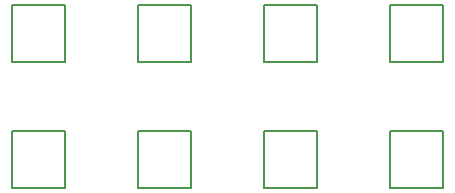
<source format=gbo>
G75*
%MOIN*%
%OFA0B0*%
%FSLAX25Y25*%
%IPPOS*%
%LPD*%
%AMOC8*
5,1,8,0,0,1.08239X$1,22.5*
%
%ADD10C,0.00500*%
D10*
X0014000Y0013654D02*
X0014000Y0032472D01*
X0031969Y0032472D01*
X0031969Y0013654D01*
X0014000Y0013654D01*
X0056000Y0013654D02*
X0056000Y0032472D01*
X0073969Y0032472D01*
X0073969Y0013654D01*
X0056000Y0013654D01*
X0098000Y0013654D02*
X0098000Y0032472D01*
X0115969Y0032472D01*
X0115969Y0013654D01*
X0098000Y0013654D01*
X0140000Y0013654D02*
X0140000Y0032472D01*
X0157969Y0032472D01*
X0157969Y0013654D01*
X0140000Y0013654D01*
X0140000Y0055654D02*
X0140000Y0074472D01*
X0157969Y0074472D01*
X0157969Y0055654D01*
X0140000Y0055654D01*
X0115969Y0055654D02*
X0115969Y0074472D01*
X0098000Y0074472D01*
X0098000Y0055654D01*
X0115969Y0055654D01*
X0073969Y0055654D02*
X0073969Y0074472D01*
X0056000Y0074472D01*
X0056000Y0055654D01*
X0073969Y0055654D01*
X0031969Y0055654D02*
X0031969Y0074472D01*
X0014000Y0074472D01*
X0014000Y0055654D01*
X0031969Y0055654D01*
M02*

</source>
